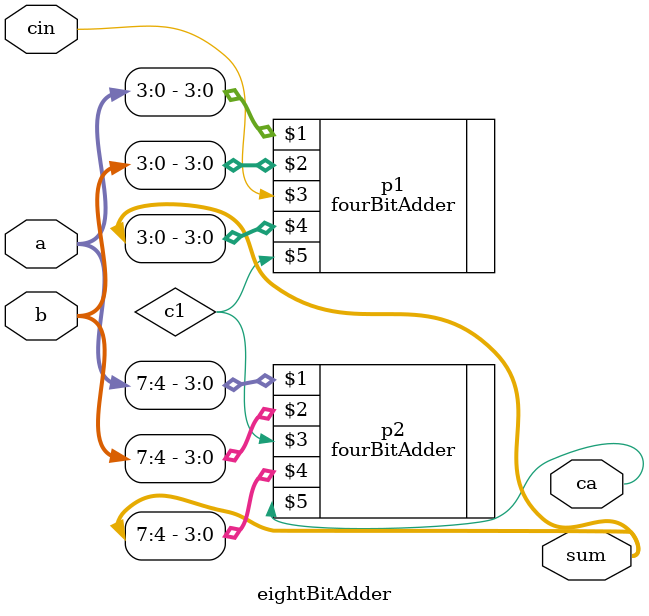
<source format=v>
`include "fourBitAdder.v"

module eightBitAdder (a, b, cin, sum, ca);
input [7:0] a, b;
input cin;

output [7:0] sum;
output ca;

wire c1;

fourBitAdder p1(a[3:0], b[3:0], cin, sum[3:0], c1);
fourBitAdder p2(a[7:4], b[7:4], c1, sum[7:4], ca);

endmodule


</source>
